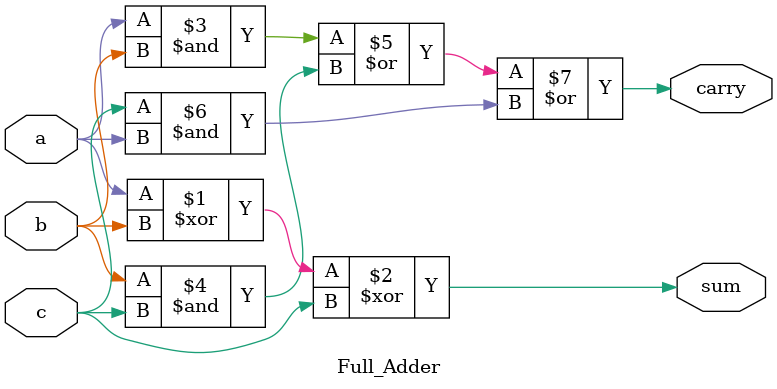
<source format=v>
`timescale 1ns / 1ps


module Full_Adder(sum , carry , a , b , c);
input a , b, c ;
output sum , carry ;

assign sum = a^b^c;
assign carry = a&b | b&c | c&a ;

endmodule

</source>
